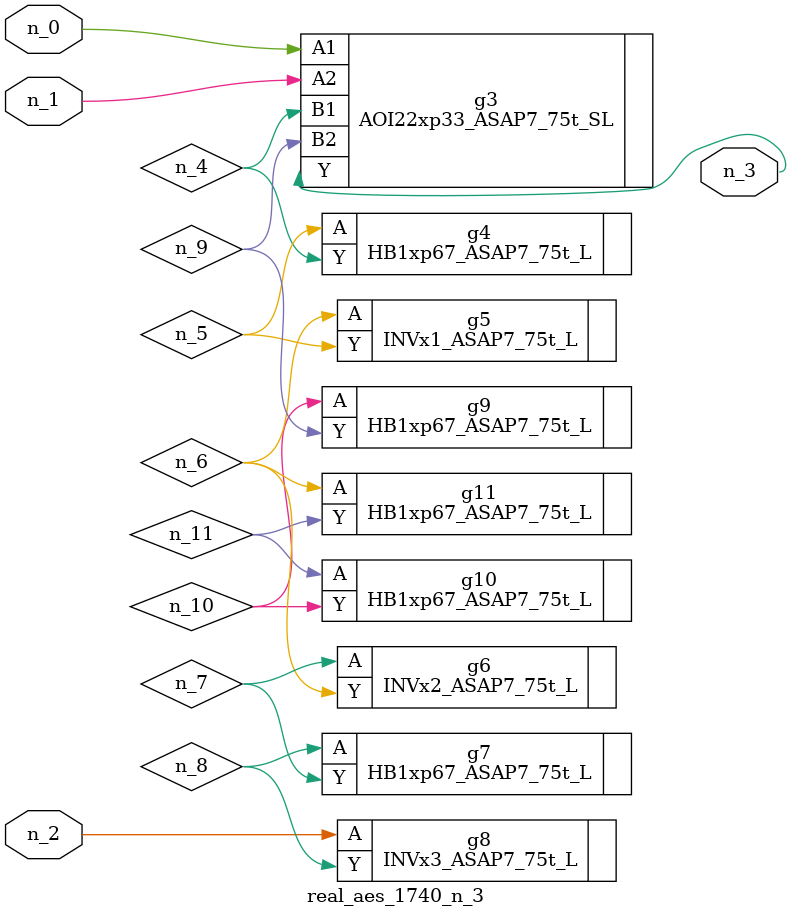
<source format=v>
module real_aes_1740_n_3 (n_0, n_2, n_1, n_3);
input n_0;
input n_2;
input n_1;
output n_3;
wire n_4;
wire n_5;
wire n_7;
wire n_9;
wire n_6;
wire n_8;
wire n_10;
wire n_11;
AOI22xp33_ASAP7_75t_SL g3 ( .A1(n_0), .A2(n_1), .B1(n_4), .B2(n_9), .Y(n_3) );
INVx3_ASAP7_75t_L g8 ( .A(n_2), .Y(n_8) );
HB1xp67_ASAP7_75t_L g4 ( .A(n_5), .Y(n_4) );
INVx1_ASAP7_75t_L g5 ( .A(n_6), .Y(n_5) );
HB1xp67_ASAP7_75t_L g11 ( .A(n_6), .Y(n_11) );
INVx2_ASAP7_75t_L g6 ( .A(n_7), .Y(n_6) );
HB1xp67_ASAP7_75t_L g7 ( .A(n_8), .Y(n_7) );
HB1xp67_ASAP7_75t_L g9 ( .A(n_10), .Y(n_9) );
HB1xp67_ASAP7_75t_L g10 ( .A(n_11), .Y(n_10) );
endmodule
</source>
